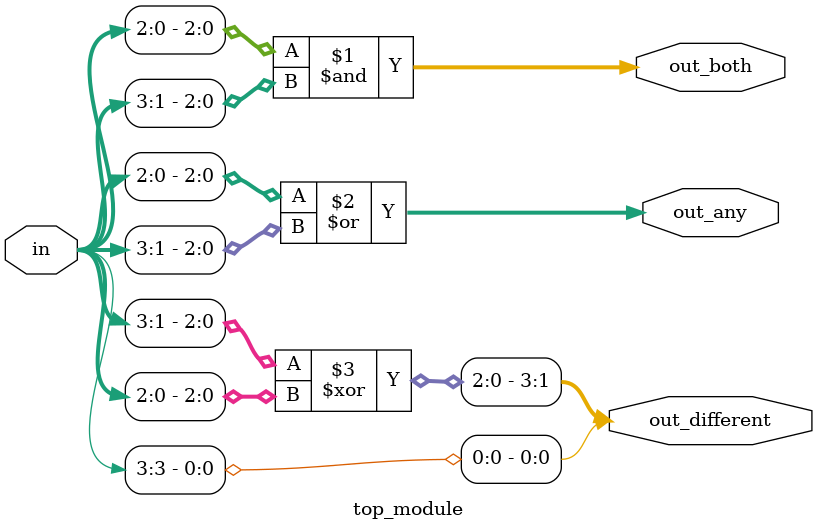
<source format=sv>
module top_module (
	input [3:0] in,
	output [2:0] out_both,
	output [3:1] out_any,
	output [3:0] out_different
);

	assign out_both = in[2:0] & in[3:1];
	assign out_any = in[2:0] | in[3:1];
	assign out_different = {in[3:1] ^ in[2:0], in[3]};

endmodule

</source>
